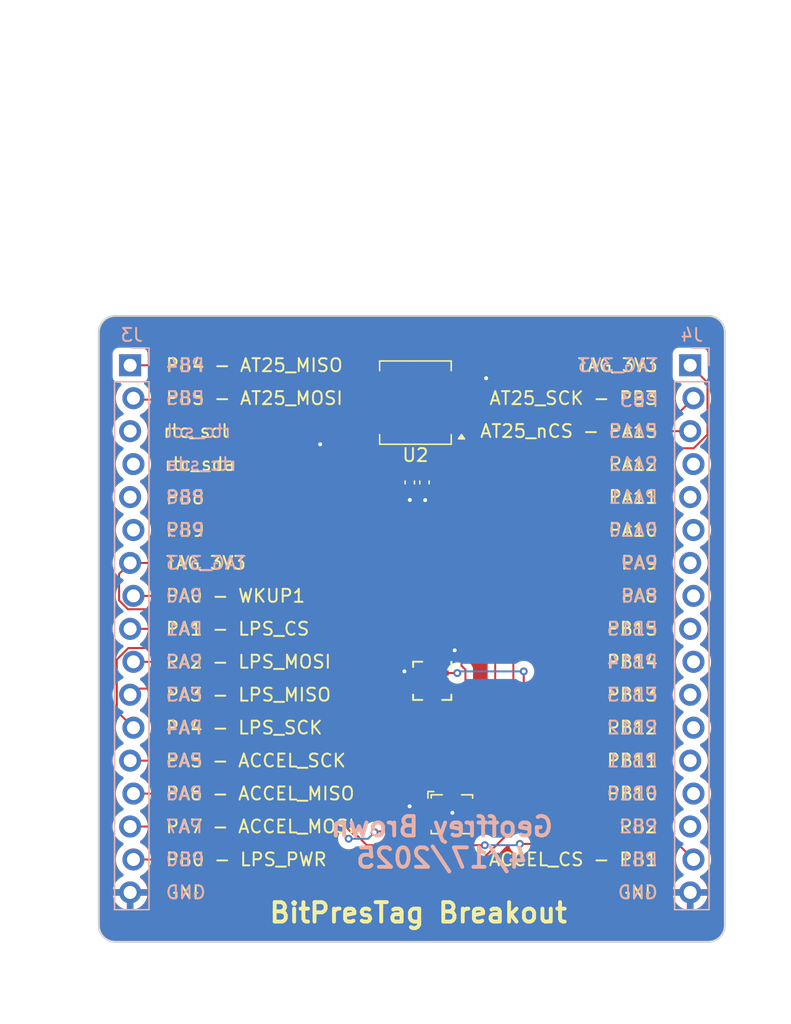
<source format=kicad_pcb>
(kicad_pcb (version 20240108) (generator "pcbnew") (generator_version "8.0")
  (layers (0 "F.Cu" signal) (31 "B.Cu" signal) (34 "B.Paste" user) (35 "F.Paste" user) (36 "B.SilkS" user "B.Silkscreen") (37 "F.SilkS" user "F.Silkscreen") (38 "B.Mask" user) (39 "F.Mask" user) (44 "Edge.Cuts" user))
  (net 0 "")
  (net 1 "GND")
  (net 2 "/TAG_3V3")
  (net 3 "/PB8")
  (net 4 "/PA10")
  (net 5 "/PA11")
  (net 6 "/PB9")
  (net 7 "/PB2")
  (net 8 "/PB10")
  (net 9 "/PB11")
  (net 10 "/PB12")
  (net 11 "/PB13")
  (net 12 "/PB14")
  (net 13 "/PB15")
  (net 14 "/PA8")
  (net 15 "/rtc_sda")
  (net 16 "/rtc_scl")
  (net 17 "/PA12")
  (net 18 "/AT25_MOSI")
  (net 20 "/AT25_SCK")
  (net 22 "/AT25_MISO")
  (net 23 "/AT25_nCS")
  (net 24 "/LPS_PWR")
  (net 25 "/ACCEL_SCK")
  (net 26 "/ACCEL_MOSI")
  (net 27 "/LPS_MISO")
  (net 28 "/WKUP1")
  (net 29 "/LPS_MOSI")
  (net 30 "/LPS_SCK")
  (net 31 "/ACCEL_MISO")
  (net 32 "/LPS_CS")
  (net 33 "/PA9")
  (net 36 "/ACCEL_nCS")
  (footprint "Package_SO:SO-8_5.3x6.2mm_P1.27mm" (layer "F.Cu") (at 128.55 79.08 180)
    (property "Reference" "U2" (at 0 -4.05 0) (layer "F.SilkS"))
    (property "Value" "AT25XE321")
    (fp_line (start 2.76 3.21) (end 2.76 2.465) (stroke (width 0.12)) (layer "F.SilkS"))
    (fp_line (start 2.76 -3.21) (end 2.76 -2.465) (stroke (width 0.12)) (layer "F.SilkS"))
    (fp_line (start 0 3.21) (end 2.76 3.21) (stroke (width 0.12)) (layer "F.SilkS"))
    (fp_line (start 0 3.21) (end -2.76 3.21) (stroke (width 0.12)) (layer "F.SilkS"))
    (fp_line (start 0 -3.21) (end 2.76 -3.21) (stroke (width 0.12)) (layer "F.SilkS"))
    (fp_line (start 0 -3.21) (end -2.76 -3.21) (stroke (width 0.12)) (layer "F.SilkS"))
    (fp_line (start -2.76 3.21) (end -2.76 2.465) (stroke (width 0.12)) (layer "F.SilkS"))
    (fp_line (start -2.76 -3.21) (end -2.76 -2.465) (stroke (width 0.12)) (layer "F.SilkS"))
    (fp_poly (pts (xy -3.55 -2.465) (xy -3.79 -2.795) (xy -3.31 -2.795) (xy -3.55 -2.465)) (stroke (width 0.12)) (fill solid) (layer "F.SilkS"))
    (pad "1" smd roundrect (at -3.5 -1.905 180) (size 1.9 0.6) (layers "F.Cu" "F.Paste" "F.Mask") (net 23 "/AT25_nCS"))
    (pad "2" smd roundrect (at -3.5 -0.635 180) (size 1.9 0.6) (layers "F.Cu" "F.Paste" "F.Mask") (net 22 "/AT25_MISO"))
    (pad "3" smd roundrect (at -3.5 0.635 180) (size 1.9 0.6) (layers "F.Cu" "F.Paste" "F.Mask"))
    (pad "4" smd roundrect (at -3.5 1.905 180) (size 1.9 0.6) (layers "F.Cu" "F.Paste" "F.Mask") (net 1 "GND"))
    (pad "5" smd roundrect (at 3.5 1.905 180) (size 1.9 0.6) (layers "F.Cu" "F.Paste" "F.Mask") (net 18 "/AT25_MOSI"))
    (pad "6" smd roundrect (at 3.5 0.635 180) (size 1.9 0.6) (layers "F.Cu" "F.Paste" "F.Mask") (net 20 "/AT25_SCK"))
    (pad "7" smd roundrect (at 3.5 -0.635 180) (size 1.9 0.6) (layers "F.Cu" "F.Paste" "F.Mask"))
    (pad "8" smd roundrect (at 3.5 -1.905 180) (size 1.9 0.6) (layers "F.Cu" "F.Paste" "F.Mask") (net 2 "/TAG_3V3"))
  )
  (footprint "taglibrary:LPS27HHWTR" (layer "F.Cu") (at 129.8436 100.5264 -90)
    (property "Reference" "U3" (hide yes))
    (property "Value" "LPS27HHWTR" (hide yes))
    (fp_line (start -1.4732 1.4732) (end -1.066686 1.4732) (stroke (width 0.1524)) (layer "F.SilkS"))
    (fp_line (start 1.066686 1.4732) (end 1.4732 1.4732) (stroke (width 0.1524)) (layer "F.SilkS"))
    (fp_line (start 1.4732 1.4732) (end 1.4732 0.770467) (stroke (width 0.1524)) (layer "F.SilkS"))
    (fp_line (start -1.4732 0.770467) (end -1.4732 1.4732) (stroke (width 0.1524)) (layer "F.SilkS"))
    (fp_line (start 1.4732 -0.770467) (end 1.4732 -1.4732) (stroke (width 0.1524)) (layer "F.SilkS"))
    (fp_line (start -1.066686 -1.4732) (end -1.4732 -1.4732) (stroke (width 0.1524)) (layer "F.SilkS"))
    (fp_line (start 1.4732 -1.4732) (end 1.066686 -1.4732) (stroke (width 0.1524)) (layer "F.SilkS"))
    (pad "1" smd rect (at -1.020999 -0.299999) (size 0.4064 0.508) (layers "F.Cu" "F.Paste" "F.Mask") (net 24 "/LPS_PWR"))
    (pad "2" smd rect (at -1.020999 0.299999) (size 0.4064 0.508) (layers "F.Cu" "F.Paste" "F.Mask") (net 30 "/LPS_SCK"))
    (pad "3" smd rect (at -0.599999 1.016 270) (size 0.4064 0.508) (layers "F.Cu" "F.Paste" "F.Mask") (net 1 "GND"))
    (pad "4" smd rect (at 0 1.016 270) (size 0.4064 0.508) (layers "F.Cu" "F.Paste" "F.Mask") (net 29 "/LPS_MOSI"))
    (pad "5" smd rect (at 0.599999 1.016 270) (size 0.4064 0.508) (layers "F.Cu" "F.Paste" "F.Mask") (net 27 "/LPS_MISO"))
    (pad "6" smd rect (at 1.020999 0.299999) (size 0.4064 0.508) (layers "F.Cu" "F.Paste" "F.Mask") (net 32 "/LPS_CS"))
    (pad "7" smd rect (at 1.020999 -0.299999) (size 0.4064 0.508) (layers "F.Cu" "F.Paste" "F.Mask"))
    (pad "8" smd rect (at 0.599999 -1.016 270) (size 0.4064 0.508) (layers "F.Cu" "F.Paste" "F.Mask") (net 1 "GND"))
    (pad "9" smd rect (at 0 -1.016 270) (size 0.4064 0.508) (layers "F.Cu" "F.Paste" "F.Mask") (net 1 "GND"))
    (pad "10" smd rect (at -0.599999 -1.016 270) (size 0.4064 0.508) (layers "F.Cu" "F.Paste" "F.Mask") (net 24 "/LPS_PWR"))
    (pad "11" smd rect (at 0 0 270) (size 0.6604 0.6604) (layers "F.Cu" "F.Paste" "F.Mask") (net 1 "GND"))
  )
  (footprint "Capacitor_SMD:C_0201_0603Metric" (layer "F.Cu") (at 121.205 81.325 -90)
    (property "Reference" "C9" (hide yes))
    (property "Value" "1uf")
    (pad "1" smd roundrect (at -0.32 0 270) (size 0.46 0.4) (layers "F.Cu" "F.Mask") (net 2 "/TAG_3V3"))
    (pad "2" smd roundrect (at 0.32 0 270) (size 0.46 0.4) (layers "F.Cu" "F.Mask") (net 1 "GND"))
  )
  (footprint "Capacitor_SMD:C_0402_1005Metric" (layer "F.Cu") (at 129.245 85.235 -90)
    (property "Reference" "C11" (hide yes))
    (property "Value" "22uf")
    (fp_line (start -0.107836 0.36) (end 0.107836 0.36) (stroke (width 0.12)) (layer "F.SilkS"))
    (fp_line (start -0.107836 -0.36) (end 0.107836 -0.36) (stroke (width 0.12)) (layer "F.SilkS"))
    (pad "1" smd roundrect (at -0.48 0 270) (size 0.56 0.62) (layers "F.Cu" "F.Paste" "F.Mask") (net 2 "/TAG_3V3"))
    (pad "2" smd roundrect (at 0.48 0 270) (size 0.56 0.62) (layers "F.Cu" "F.Paste" "F.Mask") (net 1 "GND"))
  )
  (footprint "Capacitor_SMD:C_0402_1005Metric" (layer "F.Cu") (at 128.115 85.235 -90)
    (property "Reference" "C10" (hide yes))
    (property "Value" "22uf")
    (fp_line (start -0.107836 0.36) (end 0.107836 0.36) (stroke (width 0.12)) (layer "F.SilkS"))
    (fp_line (start -0.107836 -0.36) (end 0.107836 -0.36) (stroke (width 0.12)) (layer "F.SilkS"))
    (pad "1" smd roundrect (at -0.48 0 270) (size 0.56 0.62) (layers "F.Cu" "F.Paste" "F.Mask") (net 2 "/TAG_3V3"))
    (pad "2" smd roundrect (at 0.48 0 270) (size 0.56 0.62) (layers "F.Cu" "F.Paste" "F.Mask") (net 1 "GND"))
  )
  (footprint "Capacitor_SMD:C_0201_0603Metric" (layer "F.Cu") (at 130.625 98.175)
    (property "Reference" "C1" (hide yes))
    (property "Value" "0.1uf")
    (pad "1" smd roundrect (at -0.32 0) (size 0.46 0.4) (layers "F.Cu" "F.Mask") (net 24 "/LPS_PWR"))
    (pad "2" smd roundrect (at 0.32 0) (size 0.46 0.4) (layers "F.Cu" "F.Mask") (net 1 "GND"))
  )
  (footprint "Capacitor_SMD:C_0201_0603Metric" (layer "F.Cu") (at 128.775 109.925 -90)
    (property "Reference" "C2" (hide yes))
    (property "Value" "0.1uf")
    (pad "1" smd roundrect (at -0.32 0 270) (size 0.46 0.4) (layers "F.Cu" "F.Mask") (net 2 "/TAG_3V3"))
    (pad "2" smd roundrect (at 0.32 0 270) (size 0.46 0.4) (layers "F.Cu" "F.Mask") (net 1 "GND"))
  )
  (footprint "taglibrary:ADXL362" (layer "F.Cu") (at 131.36262 110.81102)
    (property "Reference" "U4" (hide yes))
    (property "Value" "adxl362" (hide yes))
    (fp_line (start -1.84912 -1.74752) (end -1.39954 -1.74752) (stroke (width 0.127)) (layer "F.SilkS"))
    (fp_line (start -1.84912 -1.24968) (end -1.84912 -1.74752) (stroke (width 0.127)) (layer "F.SilkS"))
    (fp_line (start -1.59766 -1.4986) (end -1.59766 -1.24968) (stroke (width 0.127)) (layer "F.SilkS"))
    (fp_line (start -1.59766 1.4986) (end -1.59766 1.24968) (stroke (width 0.127)) (layer "F.SilkS"))
    (fp_line (start -0.7493 -1.4986) (end -1.59766 -1.4986) (stroke (width 0.127)) (layer "F.SilkS"))
    (fp_line (start -0.7493 1.4986) (end -1.59766 1.4986) (stroke (width 0.127)) (layer "F.SilkS"))
    (fp_line (start 0.7493 -1.4986) (end 1.59766 -1.4986) (stroke (width 0.127)) (layer "F.SilkS"))
    (fp_line (start 0.7493 1.4986) (end 1.59766 1.4986) (stroke (width 0.127)) (layer "F.SilkS"))
    (fp_line (start 1.59766 -1.4986) (end 1.59766 -1.24968) (stroke (width 0.127)) (layer "F.SilkS"))
    (fp_line (start 1.59766 1.4986) (end 1.59766 1.24968) (stroke (width 0.127)) (layer "F.SilkS"))
    (pad "1" smd rect (at -1.34874 -0.99822) (size 0.79756 0.29972) (layers "F.Cu" "F.Paste" "F.Mask") (net 2 "/TAG_3V3"))
    (pad "2" smd rect (at -1.34874 -0.49784) (size 0.79756 0.29972) (layers "F.Cu" "F.Paste" "F.Mask") (net 1 "GND"))
    (pad "3" smd rect (at -1.34874 0) (size 0.79756 0.29972) (layers "F.Cu" "F.Paste" "F.Mask"))
    (pad "4" smd rect (at -1.34874 0.49784) (size 0.79756 0.29972) (layers "F.Cu" "F.Paste" "F.Mask") (net 25 "/ACCEL_SCK"))
    (pad "5" smd rect (at -1.34874 0.99822) (size 0.79756 0.29972) (layers "F.Cu" "F.Paste" "F.Mask"))
    (pad "6" smd rect (at -0.49784 1.27254 90) (size 0.79756 0.29972) (layers "F.Cu" "F.Paste" "F.Mask") (net 26 "/ACCEL_MOSI"))
    (pad "7" smd rect (at 0 1.27254 90) (size 0.79756 0.29972) (layers "F.Cu" "F.Paste" "F.Mask") (net 31 "/ACCEL_MISO"))
    (pad "8" smd rect (at 0.49784 1.27254 90) (size 0.79756 0.29972) (layers "F.Cu" "F.Paste" "F.Mask") (net 36 "/ACCEL_nCS"))
    (pad "9" smd rect (at 1.34874 0.99822) (size 0.79756 0.29972) (layers "F.Cu" "F.Paste" "F.Mask") (net 28 "/WKUP1"))
    (pad "10" smd rect (at 1.34874 0.49784) (size 0.79756 0.29972) (layers "F.Cu" "F.Paste" "F.Mask"))
    (pad "11" smd rect (at 1.34874 0) (size 0.79756 0.29972) (layers "F.Cu" "F.Paste" "F.Mask"))
    (pad "12" smd rect (at 1.34874 -0.49784) (size 0.79756 0.29972) (layers "F.Cu" "F.Paste" "F.Mask") (net 1 "GND"))
    (pad "13" smd rect (at 1.34874 -0.99822) (size 0.79756 0.29972) (layers "F.Cu" "F.Paste" "F.Mask") (net 1 "GND"))
    (pad "14" smd rect (at 0.49784 -1.27254 90) (size 0.79756 0.29972) (layers "F.Cu" "F.Paste" "F.Mask") (net 2 "/TAG_3V3"))
    (pad "15" smd rect (at 0 -1.27254 90) (size 0.79756 0.29972) (layers "F.Cu" "F.Paste" "F.Mask") (net 1 "GND"))
    (pad "16" smd rect (at -0.49784 -1.27254 90) (size 0.79756 0.29972) (layers "F.Cu" "F.Paste" "F.Mask") (net 1 "GND"))
  )
  (footprint "taglibrary:PinHeader_1x17_P2.54mm_Vertical_Staggered" (layer "B.Cu") (at 106.68 76.2 180)
    (property "Reference" "J3" (at 0 2.33 0) (layer "B.SilkS") (effects (justify mirror)))
    (property "Value" "Conn_01x17")
    (fp_line (start 1.33 -1.27) (end -1.33 -1.27) (stroke (width 0.12)) (layer "B.SilkS"))
    (fp_line (start 1.33 -41.97) (end 1.33 -1.27) (stroke (width 0.12)) (layer "B.SilkS"))
    (fp_line (start 1.33 -41.97) (end -1.33 -41.97) (stroke (width 0.12)) (layer "B.SilkS"))
    (fp_line (start 0 1.33) (end -1.33 1.33) (stroke (width 0.12)) (layer "B.SilkS"))
    (fp_line (start -1.33 1.33) (end -1.33 0) (stroke (width 0.12)) (layer "B.SilkS"))
    (fp_line (start -1.33 -41.97) (end -1.33 -1.27) (stroke (width 0.12)) (layer "B.SilkS"))
    (pad "1" thru_hole rect (at 0.127 0 180) (size 1.7 1.7) (drill 1) (layers "*.Cu" "*.Mask" "In1.Cu" "In2.Cu" "In3.Cu" "In4.Cu" "In5.Cu" "In6.Cu" "In7.Cu" "In8.Cu" "In9.Cu" "In10.Cu" "In11.Cu" "In12.Cu" "In13.Cu" "In14.Cu" "In15.Cu" "In16.Cu" "In17.Cu" "In18.Cu" "In19.Cu" "In20.Cu" "In21.Cu" "In22.Cu" "In23.Cu" "In24.Cu" "In25.Cu" "In26.Cu" "In27.Cu" "In28.Cu" "In29.Cu" "In30.Cu") (net 22 "/AT25_MISO"))
    (pad "2" thru_hole oval (at -0.127 -2.54 180) (size 1.7 1.7) (drill 1) (layers "*.Cu" "*.Mask" "In1.Cu" "In2.Cu" "In3.Cu" "In4.Cu" "In5.Cu" "In6.Cu" "In7.Cu" "In8.Cu" "In9.Cu" "In10.Cu" "In11.Cu" "In12.Cu" "In13.Cu" "In14.Cu" "In15.Cu" "In16.Cu" "In17.Cu" "In18.Cu" "In19.Cu" "In20.Cu" "In21.Cu" "In22.Cu" "In23.Cu" "In24.Cu" "In25.Cu" "In26.Cu" "In27.Cu" "In28.Cu" "In29.Cu" "In30.Cu") (net 18 "/AT25_MOSI"))
    (pad "3" thru_hole oval (at 0.127 -5.08 180) (size 1.7 1.7) (drill 1) (layers "*.Cu" "*.Mask" "In1.Cu" "In2.Cu" "In3.Cu" "In4.Cu" "In5.Cu" "In6.Cu" "In7.Cu" "In8.Cu" "In9.Cu" "In10.Cu" "In11.Cu" "In12.Cu" "In13.Cu" "In14.Cu" "In15.Cu" "In16.Cu" "In17.Cu" "In18.Cu" "In19.Cu" "In20.Cu" "In21.Cu" "In22.Cu" "In23.Cu" "In24.Cu" "In25.Cu" "In26.Cu" "In27.Cu" "In28.Cu" "In29.Cu" "In30.Cu") (net 16 "/rtc_scl"))
    (pad "4" thru_hole oval (at -0.127 -7.62 180) (size 1.7 1.7) (drill 1) (layers "*.Cu" "*.Mask" "In1.Cu" "In2.Cu" "In3.Cu" "In4.Cu" "In5.Cu" "In6.Cu" "In7.Cu" "In8.Cu" "In9.Cu" "In10.Cu" "In11.Cu" "In12.Cu" "In13.Cu" "In14.Cu" "In15.Cu" "In16.Cu" "In17.Cu" "In18.Cu" "In19.Cu" "In20.Cu" "In21.Cu" "In22.Cu" "In23.Cu" "In24.Cu" "In25.Cu" "In26.Cu" "In27.Cu" "In28.Cu" "In29.Cu" "In30.Cu") (net 15 "/rtc_sda"))
    (pad "5" thru_hole oval (at 0.127 -10.16 180) (size 1.7 1.7) (drill 1) (layers "*.Cu" "*.Mask" "In1.Cu" "In2.Cu" "In3.Cu" "In4.Cu" "In5.Cu" "In6.Cu" "In7.Cu" "In8.Cu" "In9.Cu" "In10.Cu" "In11.Cu" "In12.Cu" "In13.Cu" "In14.Cu" "In15.Cu" "In16.Cu" "In17.Cu" "In18.Cu" "In19.Cu" "In20.Cu" "In21.Cu" "In22.Cu" "In23.Cu" "In24.Cu" "In25.Cu" "In26.Cu" "In27.Cu" "In28.Cu" "In29.Cu" "In30.Cu") (net 3 "/PB8"))
    (pad "6" thru_hole oval (at -0.127 -12.7 180) (size 1.7 1.7) (drill 1) (layers "*.Cu" "*.Mask" "In1.Cu" "In2.Cu" "In3.Cu" "In4.Cu" "In5.Cu" "In6.Cu" "In7.Cu" "In8.Cu" "In9.Cu" "In10.Cu" "In11.Cu" "In12.Cu" "In13.Cu" "In14.Cu" "In15.Cu" "In16.Cu" "In17.Cu" "In18.Cu" "In19.Cu" "In20.Cu" "In21.Cu" "In22.Cu" "In23.Cu" "In24.Cu" "In25.Cu" "In26.Cu" "In27.Cu" "In28.Cu" "In29.Cu" "In30.Cu") (net 6 "/PB9"))
    (pad "7" thru_hole oval (at 0.127 -15.24 180) (size 1.7 1.7) (drill 1) (layers "*.Cu" "*.Mask" "In1.Cu" "In2.Cu" "In3.Cu" "In4.Cu" "In5.Cu" "In6.Cu" "In7.Cu" "In8.Cu" "In9.Cu" "In10.Cu" "In11.Cu" "In12.Cu" "In13.Cu" "In14.Cu" "In15.Cu" "In16.Cu" "In17.Cu" "In18.Cu" "In19.Cu" "In20.Cu" "In21.Cu" "In22.Cu" "In23.Cu" "In24.Cu" "In25.Cu" "In26.Cu" "In27.Cu" "In28.Cu" "In29.Cu" "In30.Cu") (net 2 "/TAG_3V3"))
    (pad "8" thru_hole oval (at -0.127 -17.78 180) (size 1.7 1.7) (drill 1) (layers "*.Cu" "*.Mask" "In1.Cu" "In2.Cu" "In3.Cu" "In4.Cu" "In5.Cu" "In6.Cu" "In7.Cu" "In8.Cu" "In9.Cu" "In10.Cu" "In11.Cu" "In12.Cu" "In13.Cu" "In14.Cu" "In15.Cu" "In16.Cu" "In17.Cu" "In18.Cu" "In19.Cu" "In20.Cu" "In21.Cu" "In22.Cu" "In23.Cu" "In24.Cu" "In25.Cu" "In26.Cu" "In27.Cu" "In28.Cu" "In29.Cu" "In30.Cu") (net 28 "/WKUP1"))
    (pad "9" thru_hole oval (at 0.127 -20.32 180) (size 1.7 1.7) (drill 1) (layers "*.Cu" "*.Mask" "In1.Cu" "In2.Cu" "In3.Cu" "In4.Cu" "In5.Cu" "In6.Cu" "In7.Cu" "In8.Cu" "In9.Cu" "In10.Cu" "In11.Cu" "In12.Cu" "In13.Cu" "In14.Cu" "In15.Cu" "In16.Cu" "In17.Cu" "In18.Cu" "In19.Cu" "In20.Cu" "In21.Cu" "In22.Cu" "In23.Cu" "In24.Cu" "In25.Cu" "In26.Cu" "In27.Cu" "In28.Cu" "In29.Cu" "In30.Cu") (net 32 "/LPS_CS"))
    (pad "10" thru_hole oval (at -0.127 -22.86 180) (size 1.7 1.7) (drill 1) (layers "*.Cu" "*.Mask" "In1.Cu" "In2.Cu" "In3.Cu" "In4.Cu" "In5.Cu" "In6.Cu" "In7.Cu" "In8.Cu" "In9.Cu" "In10.Cu" "In11.Cu" "In12.Cu" "In13.Cu" "In14.Cu" "In15.Cu" "In16.Cu" "In17.Cu" "In18.Cu" "In19.Cu" "In20.Cu" "In21.Cu" "In22.Cu" "In23.Cu" "In24.Cu" "In25.Cu" "In26.Cu" "In27.Cu" "In28.Cu" "In29.Cu" "In30.Cu") (net 29 "/LPS_MOSI"))
    (pad "11" thru_hole oval (at 0.127 -25.4 180) (size 1.7 1.7) (drill 1) (layers "*.Cu" "*.Mask" "In1.Cu" "In2.Cu" "In3.Cu" "In4.Cu" "In5.Cu" "In6.Cu" "In7.Cu" "In8.Cu" "In9.Cu" "In10.Cu" "In11.Cu" "In12.Cu" "In13.Cu" "In14.Cu" "In15.Cu" "In16.Cu" "In17.Cu" "In18.Cu" "In19.Cu" "In20.Cu" "In21.Cu" "In22.Cu" "In23.Cu" "In24.Cu" "In25.Cu" "In26.Cu" "In27.Cu" "In28.Cu" "In29.Cu" "In30.Cu") (net 27 "/LPS_MISO"))
    (pad "12" thru_hole oval (at -0.127 -27.94 180) (size 1.7 1.7) (drill 1) (layers "*.Cu" "*.Mask" "In1.Cu" "In2.Cu" "In3.Cu" "In4.Cu" "In5.Cu" "In6.Cu" "In7.Cu" "In8.Cu" "In9.Cu" "In10.Cu" "In11.Cu" "In12.Cu" "In13.Cu" "In14.Cu" "In15.Cu" "In16.Cu" "In17.Cu" "In18.Cu" "In19.Cu" "In20.Cu" "In21.Cu" "In22.Cu" "In23.Cu" "In24.Cu" "In25.Cu" "In26.Cu" "In27.Cu" "In28.Cu" "In29.Cu" "In30.Cu") (net 30 "/LPS_SCK"))
    (pad "13" thru_hole oval (at 0.127 -30.48 180) (size 1.7 1.7) (drill 1) (layers "*.Cu" "*.Mask" "In1.Cu" "In2.Cu" "In3.Cu" "In4.Cu" "In5.Cu" "In6.Cu" "In7.Cu" "In8.Cu" "In9.Cu" "In10.Cu" "In11.Cu" "In12.Cu" "In13.Cu" "In14.Cu" "In15.Cu" "In16.Cu" "In17.Cu" "In18.Cu" "In19.Cu" "In20.Cu" "In21.Cu" "In22.Cu" "In23.Cu" "In24.Cu" "In25.Cu" "In26.Cu" "In27.Cu" "In28.Cu" "In29.Cu" "In30.Cu") (net 25 "/ACCEL_SCK"))
    (pad "14" thru_hole oval (at -0.127 -33.02 180) (size 1.7 1.7) (drill 1) (layers "*.Cu" "*.Mask" "In1.Cu" "In2.Cu" "In3.Cu" "In4.Cu" "In5.Cu" "In6.Cu" "In7.Cu" "In8.Cu" "In9.Cu" "In10.Cu" "In11.Cu" "In12.Cu" "In13.Cu" "In14.Cu" "In15.Cu" "In16.Cu" "In17.Cu" "In18.Cu" "In19.Cu" "In20.Cu" "In21.Cu" "In22.Cu" "In23.Cu" "In24.Cu" "In25.Cu" "In26.Cu" "In27.Cu" "In28.Cu" "In29.Cu" "In30.Cu") (net 31 "/ACCEL_MISO"))
    (pad "15" thru_hole oval (at 0.127 -35.56 180) (size 1.7 1.7) (drill 1) (layers "*.Cu" "*.Mask" "In1.Cu" "In2.Cu" "In3.Cu" "In4.Cu" "In5.Cu" "In6.Cu" "In7.Cu" "In8.Cu" "In9.Cu" "In10.Cu" "In11.Cu" "In12.Cu" "In13.Cu" "In14.Cu" "In15.Cu" "In16.Cu" "In17.Cu" "In18.Cu" "In19.Cu" "In20.Cu" "In21.Cu" "In22.Cu" "In23.Cu" "In24.Cu" "In25.Cu" "In26.Cu" "In27.Cu" "In28.Cu" "In29.Cu" "In30.Cu") (net 26 "/ACCEL_MOSI"))
    (pad "16" thru_hole oval (at -0.127 -38.1 180) (size 1.7 1.7) (drill 1) (layers "*.Cu" "*.Mask" "In1.Cu" "In2.Cu" "In3.Cu" "In4.Cu" "In5.Cu" "In6.Cu" "In7.Cu" "In8.Cu" "In9.Cu" "In10.Cu" "In11.Cu" "In12.Cu" "In13.Cu" "In14.Cu" "In15.Cu" "In16.Cu" "In17.Cu" "In18.Cu" "In19.Cu" "In20.Cu" "In21.Cu" "In22.Cu" "In23.Cu" "In24.Cu" "In25.Cu" "In26.Cu" "In27.Cu" "In28.Cu" "In29.Cu" "In30.Cu") (net 24 "/LPS_PWR"))
    (pad "17" thru_hole oval (at 0.127 -40.64 180) (size 1.7 1.7) (drill 1) (layers "*.Cu" "*.Mask" "In1.Cu" "In2.Cu" "In3.Cu" "In4.Cu" "In5.Cu" "In6.Cu" "In7.Cu" "In8.Cu" "In9.Cu" "In10.Cu" "In11.Cu" "In12.Cu" "In13.Cu" "In14.Cu" "In15.Cu" "In16.Cu" "In17.Cu" "In18.Cu" "In19.Cu" "In20.Cu" "In21.Cu" "In22.Cu" "In23.Cu" "In24.Cu" "In25.Cu" "In26.Cu" "In27.Cu" "In28.Cu" "In29.Cu" "In30.Cu") (net 1 "GND"))
  )
  (footprint "taglibrary:PinHeader_1x17_P2.54mm_Vertical_Staggered" (layer "B.Cu") (at 149.86 76.2 180)
    (property "Reference" "J4" (at 0 2.33 0) (layer "B.SilkS") (effects (justify mirror)))
    (property "Value" "Conn_01x17")
    (fp_line (start 1.33 -1.27) (end -1.33 -1.27) (stroke (width 0.12)) (layer "B.SilkS"))
    (fp_line (start 1.33 -41.97) (end 1.33 -1.27) (stroke (width 0.12)) (layer "B.SilkS"))
    (fp_line (start 1.33 -41.97) (end -1.33 -41.97) (stroke (width 0.12)) (layer "B.SilkS"))
    (fp_line (start 0 1.33) (end -1.33 1.33) (stroke (width 0.12)) (layer "B.SilkS"))
    (fp_line (start -1.33 1.33) (end -1.33 0) (stroke (width 0.12)) (layer "B.SilkS"))
    (fp_line (start -1.33 -41.97) (end -1.33 -1.27) (stroke (width 0.12)) (layer "B.SilkS"))
    (pad "1" thru_hole rect (at 0.127 0 180) (size 1.7 1.7) (drill 1) (layers "*.Cu" "*.Mask" "In1.Cu" "In2.Cu" "In3.Cu" "In4.Cu" "In5.Cu" "In6.Cu" "In7.Cu" "In8.Cu" "In9.Cu" "In10.Cu" "In11.Cu" "In12.Cu" "In13.Cu" "In14.Cu" "In15.Cu" "In16.Cu" "In17.Cu" "In18.Cu" "In19.Cu" "In20.Cu" "In21.Cu" "In22.Cu" "In23.Cu" "In24.Cu" "In25.Cu" "In26.Cu" "In27.Cu" "In28.Cu" "In29.Cu" "In30.Cu") (net 2 "/TAG_3V3"))
    (pad "2" thru_hole oval (at -0.127 -2.54 180) (size 1.7 1.7) (drill 1) (layers "*.Cu" "*.Mask" "In1.Cu" "In2.Cu" "In3.Cu" "In4.Cu" "In5.Cu" "In6.Cu" "In7.Cu" "In8.Cu" "In9.Cu" "In10.Cu" "In11.Cu" "In12.Cu" "In13.Cu" "In14.Cu" "In15.Cu" "In16.Cu" "In17.Cu" "In18.Cu" "In19.Cu" "In20.Cu" "In21.Cu" "In22.Cu" "In23.Cu" "In24.Cu" "In25.Cu" "In26.Cu" "In27.Cu" "In28.Cu" "In29.Cu" "In30.Cu") (net 20 "/AT25_SCK"))
    (pad "3" thru_hole oval (at 0.127 -5.08 180) (size 1.7 1.7) (drill 1) (layers "*.Cu" "*.Mask" "In1.Cu" "In2.Cu" "In3.Cu" "In4.Cu" "In5.Cu" "In6.Cu" "In7.Cu" "In8.Cu" "In9.Cu" "In10.Cu" "In11.Cu" "In12.Cu" "In13.Cu" "In14.Cu" "In15.Cu" "In16.Cu" "In17.Cu" "In18.Cu" "In19.Cu" "In20.Cu" "In21.Cu" "In22.Cu" "In23.Cu" "In24.Cu" "In25.Cu" "In26.Cu" "In27.Cu" "In28.Cu" "In29.Cu" "In30.Cu") (net 23 "/AT25_nCS"))
    (pad "4" thru_hole oval (at -0.127 -7.62 180) (size 1.7 1.7) (drill 1) (layers "*.Cu" "*.Mask" "In1.Cu" "In2.Cu" "In3.Cu" "In4.Cu" "In5.Cu" "In6.Cu" "In7.Cu" "In8.Cu" "In9.Cu" "In10.Cu" "In11.Cu" "In12.Cu" "In13.Cu" "In14.Cu" "In15.Cu" "In16.Cu" "In17.Cu" "In18.Cu" "In19.Cu" "In20.Cu" "In21.Cu" "In22.Cu" "In23.Cu" "In24.Cu" "In25.Cu" "In26.Cu" "In27.Cu" "In28.Cu" "In29.Cu" "In30.Cu") (net 17 "/PA12"))
    (pad "5" thru_hole oval (at 0.127 -10.16 180) (size 1.7 1.7) (drill 1) (layers "*.Cu" "*.Mask" "In1.Cu" "In2.Cu" "In3.Cu" "In4.Cu" "In5.Cu" "In6.Cu" "In7.Cu" "In8.Cu" "In9.Cu" "In10.Cu" "In11.Cu" "In12.Cu" "In13.Cu" "In14.Cu" "In15.Cu" "In16.Cu" "In17.Cu" "In18.Cu" "In19.Cu" "In20.Cu" "In21.Cu" "In22.Cu" "In23.Cu" "In24.Cu" "In25.Cu" "In26.Cu" "In27.Cu" "In28.Cu" "In29.Cu" "In30.Cu") (net 5 "/PA11"))
    (pad "6" thru_hole oval (at -0.127 -12.7 180) (size 1.7 1.7) (drill 1) (layers "*.Cu" "*.Mask" "In1.Cu" "In2.Cu" "In3.Cu" "In4.Cu" "In5.Cu" "In6.Cu" "In7.Cu" "In8.Cu" "In9.Cu" "In10.Cu" "In11.Cu" "In12.Cu" "In13.Cu" "In14.Cu" "In15.Cu" "In16.Cu" "In17.Cu" "In18.Cu" "In19.Cu" "In20.Cu" "In21.Cu" "In22.Cu" "In23.Cu" "In24.Cu" "In25.Cu" "In26.Cu" "In27.Cu" "In28.Cu" "In29.Cu" "In30.Cu") (net 4 "/PA10"))
    (pad "7" thru_hole oval (at 0.127 -15.24 180) (size 1.7 1.7) (drill 1) (layers "*.Cu" "*.Mask" "In1.Cu" "In2.Cu" "In3.Cu" "In4.Cu" "In5.Cu" "In6.Cu" "In7.Cu" "In8.Cu" "In9.Cu" "In10.Cu" "In11.Cu" "In12.Cu" "In13.Cu" "In14.Cu" "In15.Cu" "In16.Cu" "In17.Cu" "In18.Cu" "In19.Cu" "In20.Cu" "In21.Cu" "In22.Cu" "In23.Cu" "In24.Cu" "In25.Cu" "In26.Cu" "In27.Cu" "In28.Cu" "In29.Cu" "In30.Cu") (net 33 "/PA9"))
    (pad "8" thru_hole oval (at -0.127 -17.78 180) (size 1.7 1.7) (drill 1) (layers "*.Cu" "*.Mask" "In1.Cu" "In2.Cu" "In3.Cu" "In4.Cu" "In5.Cu" "In6.Cu" "In7.Cu" "In8.Cu" "In9.Cu" "In10.Cu" "In11.Cu" "In12.Cu" "In13.Cu" "In14.Cu" "In15.Cu" "In16.Cu" "In17.Cu" "In18.Cu" "In19.Cu" "In20.Cu" "In21.Cu" "In22.Cu" "In23.Cu" "In24.Cu" "In25.Cu" "In26.Cu" "In27.Cu" "In28.Cu" "In29.Cu" "In30.Cu") (net 14 "/PA8"))
    (pad "9" thru_hole oval (at 0.127 -20.32 180) (size 1.7 1.7) (drill 1) (layers "*.Cu" "*.Mask" "In1.Cu" "In2.Cu" "In3.Cu" "In4.Cu" "In5.Cu" "In6.Cu" "In7.Cu" "In8.Cu" "In9.Cu" "In10.Cu" "In11.Cu" "In12.Cu" "In13.Cu" "In14.Cu" "In15.Cu" "In16.Cu" "In17.Cu" "In18.Cu" "In19.Cu" "In20.Cu" "In21.Cu" "In22.Cu" "In23.Cu" "In24.Cu" "In25.Cu" "In26.Cu" "In27.Cu" "In28.Cu" "In29.Cu" "In30.Cu") (net 13 "/PB15"))
    (pad "10" thru_hole oval (at -0.127 -22.86 180) (size 1.7 1.7) (drill 1) (layers "*.Cu" "*.Mask" "In1.Cu" "In2.Cu" "In3.Cu" "In4.Cu" "In5.Cu" "In6.Cu" "In7.Cu" "In8.Cu" "In9.Cu" "In10.Cu" "In11.Cu" "In12.Cu" "In13.Cu" "In14.Cu" "In15.Cu" "In16.Cu" "In17.Cu" "In18.Cu" "In19.Cu" "In20.Cu" "In21.Cu" "In22.Cu" "In23.Cu" "In24.Cu" "In25.Cu" "In26.Cu" "In27.Cu" "In28.Cu" "In29.Cu" "In30.Cu") (net 12 "/PB14"))
    (pad "11" thru_hole oval (at 0.127 -25.4 180) (size 1.7 1.7) (drill 1) (layers "*.Cu" "*.Mask" "In1.Cu" "In2.Cu" "In3.Cu" "In4.Cu" "In5.Cu" "In6.Cu" "In7.Cu" "In8.Cu" "In9.Cu" "In10.Cu" "In11.Cu" "In12.Cu" "In13.Cu" "In14.Cu" "In15.Cu" "In16.Cu" "In17.Cu" "In18.Cu" "In19.Cu" "In20.Cu" "In21.Cu" "In22.Cu" "In23.Cu" "In24.Cu" "In25.Cu" "In26.Cu" "In27.Cu" "In28.Cu" "In29.Cu" "In30.Cu") (net 11 "/PB13"))
    (pad "12" thru_hole oval (at -0.127 -27.94 180) (size 1.7 1.7) (drill 1) (layers "*.Cu" "*.Mask" "In1.Cu" "In2.Cu" "In3.Cu" "In4.Cu" "In5.Cu" "In6.Cu" "In7.Cu" "In8.Cu" "In9.Cu" "In10.Cu" "In11.Cu" "In12.Cu" "In13.Cu" "In14.Cu" "In15.Cu" "In16.Cu" "In17.Cu" "In18.Cu" "In19.Cu" "In20.Cu" "In21.Cu" "In22.Cu" "In23.Cu" "In24.Cu" "In25.Cu" "In26.Cu" "In27.Cu" "In28.Cu" "In29.Cu" "In30.Cu") (net 10 "/PB12"))
    (pad "13" thru_hole oval (at 0.127 -30.48 180) (size 1.7 1.7) (drill 1) (layers "*.Cu" "*.Mask" "In1.Cu" "In2.Cu" "In3.Cu" "In4.Cu" "In5.Cu" "In6.Cu" "In7.Cu" "In8.Cu" "In9.Cu" "In10.Cu" "In11.Cu" "In12.Cu" "In13.Cu" "In14.Cu" "In15.Cu" "In16.Cu" "In17.Cu" "In18.Cu" "In19.Cu" "In20.Cu" "In21.Cu" "In22.Cu" "In23.Cu" "In24.Cu" "In25.Cu" "In26.Cu" "In27.Cu" "In28.Cu" "In29.Cu" "In30.Cu") (net 9 "/PB11"))
    (pad "14" thru_hole oval (at -0.127 -33.02 180) (size 1.7 1.7) (drill 1) (layers "*.Cu" "*.Mask" "In1.Cu" "In2.Cu" "In3.Cu" "In4.Cu" "In5.Cu" "In6.Cu" "In7.Cu" "In8.Cu" "In9.Cu" "In10.Cu" "In11.Cu" "In12.Cu" "In13.Cu" "In14.Cu" "In15.Cu" "In16.Cu" "In17.Cu" "In18.Cu" "In19.Cu" "In20.Cu" "In21.Cu" "In22.Cu" "In23.Cu" "In24.Cu" "In25.Cu" "In26.Cu" "In27.Cu" "In28.Cu" "In29.Cu" "In30.Cu") (net 8 "/PB10"))
    (pad "15" thru_hole oval (at 0.127 -35.56 180) (size 1.7 1.7) (drill 1) (layers "*.Cu" "*.Mask" "In1.Cu" "In2.Cu" "In3.Cu" "In4.Cu" "In5.Cu" "In6.Cu" "In7.Cu" "In8.Cu" "In9.Cu" "In10.Cu" "In11.Cu" "In12.Cu" "In13.Cu" "In14.Cu" "In15.Cu" "In16.Cu" "In17.Cu" "In18.Cu" "In19.Cu" "In20.Cu" "In21.Cu" "In22.Cu" "In23.Cu" "In24.Cu" "In25.Cu" "In26.Cu" "In27.Cu" "In28.Cu" "In29.Cu" "In30.Cu") (net 7 "/PB2"))
    (pad "16" thru_hole oval (at -0.127 -38.1 180) (size 1.7 1.7) (drill 1) (layers "*.Cu" "*.Mask" "In1.Cu" "In2.Cu" "In3.Cu" "In4.Cu" "In5.Cu" "In6.Cu" "In7.Cu" "In8.Cu" "In9.Cu" "In10.Cu" "In11.Cu" "In12.Cu" "In13.Cu" "In14.Cu" "In15.Cu" "In16.Cu" "In17.Cu" "In18.Cu" "In19.Cu" "In20.Cu" "In21.Cu" "In22.Cu" "In23.Cu" "In24.Cu" "In25.Cu" "In26.Cu" "In27.Cu" "In28.Cu" "In29.Cu" "In30.Cu") (net 36 "/ACCEL_nCS"))
    (pad "17" thru_hole oval (at 0.127 -40.64 180) (size 1.7 1.7) (drill 1) (layers "*.Cu" "*.Mask" "In1.Cu" "In2.Cu" "In3.Cu" "In4.Cu" "In5.Cu" "In6.Cu" "In7.Cu" "In8.Cu" "In9.Cu" "In10.Cu" "In11.Cu" "In12.Cu" "In13.Cu" "In14.Cu" "In15.Cu" "In16.Cu" "In17.Cu" "In18.Cu" "In19.Cu" "In20.Cu" "In21.Cu" "In22.Cu" "In23.Cu" "In24.Cu" "In25.Cu" "In26.Cu" "In27.Cu" "In28.Cu" "In29.Cu" "In30.Cu") (net 1 "GND"))
  )
  (gr_arc (start 152.4 119.38) (mid 152.028026 120.278026) (end 151.13 120.65) (stroke (width 0.15)) (layer "Edge.Cuts"))
  (gr_line (start 152.4 73.66) (end 152.4 119.38) (stroke (width 0.15)) (layer "Edge.Cuts"))
  (gr_arc (start 105.41 120.65) (mid 104.511974 120.278026) (end 104.14 119.38) (stroke (width 0.15)) (layer "Edge.Cuts"))
  (gr_arc (start 104.14 73.66) (mid 104.511974 72.761974) (end 105.41 72.39) (stroke (width 0.15)) (layer "Edge.Cuts"))
  (gr_line (start 151.13 72.39) (end 105.41 72.39) (stroke (width 0.15)) (layer "Edge.Cuts"))
  (gr_line (start 104.14 73.66) (end 104.14 119.38) (stroke (width 0.15)) (layer "Edge.Cuts"))
  (gr_arc (start 151.13 72.39) (mid 152.028026 72.761974) (end 152.4 73.66) (stroke (width 0.15)) (layer "Edge.Cuts"))
  (gr_line (start 151.13 120.65) (end 105.41 120.65) (stroke (width 0.15)) (layer "Edge.Cuts"))
  (gr_text "Geoffrey Brown\n4/17/2025" (at 130.59 112.98 0) (layer "B.SilkS") (effects (font (size 1.5 1.5) (thickness 0.3)) (justify mirror)))
  (gr_text "PA7" (at 109.22 111.76 0) (layer "B.SilkS") (effects (font (size 1 1)) (justify right mirror)))
  (gr_text "PA0" (at 109.22 93.98 0) (layer "B.SilkS") (effects (font (size 1 1)) (justify right mirror)))
  (gr_text "PB8" (at 109.22 86.36 0) (layer "B.SilkS") (effects (font (size 1 1)) (justify right mirror)))
  (gr_text "PA1" (at 109.22 96.52 0) (layer "B.SilkS") (effects (font (size 1 1)) (justify right mirror)))
  (gr_text "PA4" (at 109.22 104.14 0) (layer "B.SilkS") (effects (font (size 1 1)) (justify right mirror)))
  (gr_text "PA3" (at 109.22 101.6 0) (layer "B.SilkS") (effects (font (size 1 1)) (justify right mirror)))
  (gr_text "PB9" (at 109.22 88.9 0) (layer "B.SilkS") (effects (font (size 1 1)) (justify right mirror)))
  (gr_text "PB5" (at 109.22 78.74 0) (layer "B.SilkS") (effects (font (size 1 1)) (justify right mirror)))
  (gr_text "PB4" (at 109.22 76.2 0) (layer "B.SilkS") (effects (font (size 1 1)) (justify right mirror)))
  (gr_text "PB3" (at 144.23644 78.89748 0) (layer "B.SilkS") (effects (font (size 1 1)) (justify right mirror)))
  (gr_text "PB0" (at 109.22 114.3 0) (layer "B.SilkS") (effects (font (size 1 1)) (justify right mirror)))
  (gr_text "PA2" (at 109.22 99.06 0) (layer "B.SilkS") (effects (font (size 1 1)) (justify right mirror)))
  (gr_text "PA5" (at 109.22 106.68 0) (layer "B.SilkS") (effects (font (size 1 1)) (justify right mirror)))
  (gr_text "PB1" (at 147.32 114.3 0) (layer "B.SilkS") (effects (font (size 1 1)) (justify left mirror)))
  (gr_text "GND" (at 109.22 116.84 0) (layer "B.SilkS") (effects (font (size 1 1)) (justify right mirror)))
  (gr_text "PA6" (at 109.22 109.22 0) (layer "B.SilkS") (effects (font (size 1 1)) (justify right mirror)))
  (gr_text "PB15" (at 147.32 96.52 0) (layer "B.SilkS") (effects (font (size 1 1)) (justify left mirror)))
  (gr_text "PA8" (at 147.32 93.98 0) (layer "B.SilkS") (effects (font (size 1 1)) (justify left mirror)))
  (gr_text "PA9" (at 147.32 91.44 0) (layer "B.SilkS") (effects (font (size 1 1)) (justify left mirror)))
  (gr_text "PA11" (at 147.32 86.36 0) (layer "B.SilkS") (effects (font (size 1 1)) (justify left mirror)))
  (gr_text "PA10" (at 147.32 88.9 0) (layer "B.SilkS") (effects (font (size 1 1)) (justify left mirror)))
  (gr_text "PA15" (at 147.32 81.28 0) (layer "B.SilkS") (effects (font (size 1 1)) (justify left mirror)))
  (gr_text "PB11" (at 147.32 106.68 0) (layer "B.SilkS") (effects (font (size 1 1)) (justify left mirror)))
  (gr_text "GND" (at 147.32 116.84 0) (layer "B.SilkS") (effects (font (size 1 1)) (justify left mirror)))
  (gr_text "TAG_3V3" (at 115.57 91.44 0) (layer "B.SilkS") (effects (font (size 1 1)) (justify left mirror)))
  (gr_text "PB12" (at 147.32 104.14 0) (layer "B.SilkS") (effects (font (size 1 1)) (justify left mirror)))
  (gr_text "TAG_3V3" (at 147.32 76.2 0) (layer "B.SilkS") (effects (font (size 1 1)) (justify left mirror)))
  (gr_text "PB10" (at 147.32 109.22 0) (layer "B.SilkS") (effects (font (size 1 1)) (justify left mirror)))
  (gr_text "PB2" (at 147.32 111.76 0) (layer "B.SilkS") (effects (font (size 1 1)) (justify left mirror)))
  (gr_text "PB13" (at 147.32 101.6 0) (layer "B.SilkS") (effects (font (size 1 1)) (justify left mirror)))
  (gr_text "PB14" (at 147.32 99.06 0) (layer "B.SilkS") (effects (font (size 1 1)) (justify left mirror)))
  (gr_text "PA12" (at 147.32 83.82 0) (layer "B.SilkS") (effects (font (size 1 1)) (justify left mirror)))
  (gr_text "rtc_scl" (at 109.22 81.28 0) (layer "B.SilkS") (effects (font (size 1 1)) (justify right mirror)))
  (gr_text "rtc_sda" (at 109.22 83.82 0) (layer "B.SilkS") (effects (font (size 1 1)) (justify right mirror)))
  (gr_text "ACCEL_CS - PB1" (at 147.32 114.3 0) (layer "F.SilkS") (effects (font (size 1 1)) (justify right)))
  (gr_text "TAG_3V3" (at 115.57 91.44 0) (layer "F.SilkS") (effects (font (size 1 1)) (justify right)))
  (gr_text "GND" (at 147.32 116.84 0) (layer "F.SilkS") (effects (font (size 1 1)) (justify right)))
  (gr_text "GND" (at 109.22 116.84 0) (layer "F.SilkS") (effects (font (size 1 1)) (justify left)))
  (gr_text "rtc_scl" (at 109.02 81.28 0) (layer "F.SilkS") (effects (font (size 1 1)) (justify left)))
  (gr_text "PA9" (at 147.32 91.44 0) (layer "F.SilkS") (effects (font (size 1 1)) (justify right)))
  (gr_text "rtc_sda" (at 109.12 83.82 0) (layer "F.SilkS") (effects (font (size 1 1)) (justify left)))
  (gr_text "PB12" (at 147.32 104.14 0) (layer "F.SilkS") (effects (font (size 1 1)) (justify right)))
  (gr_text "BitPresTag Breakout" (at 128.77 118.41 0) (layer "F.SilkS") (effects (font (size 1.5 1.5) (thickness 0.3))))
  (gr_text "PA8" (at 147.32 93.98 0) (layer "F.SilkS") (effects (font (size 1 1)) (justify right)))
  (gr_text "PB13" (at 147.32 101.6 0) (layer "F.SilkS") (effects (font (size 1 1)) (justify right)))
  (gr_text "AT25_nCS - PA15" (at 147.32 81.28 0) (layer "F.SilkS") (effects (font (size 1 1)) (justify right)))
  (gr_text "PA4 - LPS_SCK" (at 109.22 104.14 0) (layer "F.SilkS") (effects (font (size 1 1)) (justify left)))
  (gr_text "PA10" (at 147.32 88.9 0) (layer "F.SilkS") (effects (font (size 1 1)) (justify right)))
  (gr_text "PA11" (at 147.32 86.36 0) (layer "F.SilkS") (effects (font (size 1 1)) (justify right)))
  (gr_text "PB10" (at 147.32 109.22 0) (layer "F.SilkS") (effects (font (size 1 1)) (justify right)))
  (gr_text "PA6 - ACCEL_MISO" (at 109.22 109.22 0) (layer "F.SilkS") (effects (font (size 1 1)) (justify left)))
  (gr_text "PB5 - AT25_MOSI" (at 109.22 78.74 0) (layer "F.SilkS") (effects (font (size 1 1)) (justify left)))
  (gr_text "AT25_SCK - PB3" (at 147.32 78.74 0) (layer "F.SilkS") (effects (font (size 1 1)) (justify right)))
  (gr_text "PB14" (at 147.32 99.06 0) (layer "F.SilkS") (effects (font (size 1 1)) (justify right)))
  (gr_text "PB0 - LPS_PWR" (at 109.22 114.3 0) (layer "F.SilkS") (effects (font (size 1 1)) (justify left)))
  (gr_text "PA12" (at 147.32 83.82 0) (layer "F.SilkS") (effects (font (size 1 1)) (justify right)))
  (gr_text "PA3 - LPS_MISO" (at 109.22 101.6 0) (layer "F.SilkS") (effects (font (size 1 1)) (justify left)))
  (gr_text "PB11" (at 147.32 106.68 0) (layer "F.SilkS") (effects (font (size 1 1)) (justify right)))
  (gr_text "PB2" (at 147.32 111.76 0) (layer "F.SilkS") (effects (font (size 1 1)) (justify right)))
  (gr_text "TAG_3V3" (at 147.32 76.2 0) (layer "F.SilkS") (effects (font (size 1 1)) (justify right)))
  (gr_text "PB15" (at 147.32 96.52 0) (layer "F.SilkS") (effects (font (size 1 1)) (justify right)))
  (gr_text "PA1 - LPS_CS" (at 109.22 96.52 0) (layer "F.SilkS") (effects (font (size 1 1)) (justify left)))
  (gr_text "PB4 - AT25_MISO" (at 109.22 76.2 0) (layer "F.SilkS") (effects (font (size 1 1)) (justify left)))
  (gr_text "PA2 - LPS_MOSI" (at 109.22 99.06 0) (layer "F.SilkS") (effects (font (size 1 1)) (justify left)))
  (gr_text "PA0 - WKUP1" (at 109.22 93.98 0) (layer "F.SilkS") (effects (font (size 1 1)) (justify left)))
  (gr_text "PA5 - ACCEL_SCK" (at 109.22 106.68 0) (layer "F.SilkS") (effects (font (size 1 1)) (justify left)))
  (gr_text "PB8" (at 109.22 86.4 0) (layer "F.SilkS") (effects (font (size 1 1)) (justify left)))
  (gr_text "PA7 - ACCEL_MOSI" (at 109.22 111.76 0) (layer "F.SilkS") (effects (font (size 1 1)) (justify left)))
  (gr_text "PB9" (at 109.22 88.9 0) (layer "F.SilkS") (effects (font (size 1 1)) (justify left)))
  (segment (start 129.245 86.545) (end 129.3 86.6) (width 0.1524) (layer "F.Cu") (net 1))
  (segment (start 129.243601 99.926401) (end 128.8276 99.926401) (width 0.1524) (layer "F.Cu") (net 1))
  (segment (start 128.775 110.245) (end 128.145 110.245) (width 0.1524) (layer "F.Cu") (net 1))
  (segment (start 121.2 82.3) (end 121.205 82.295) (width 0.1524) (layer "F.Cu") (net 1))
  (segment (start 127.826401 99.926401) (end 127.7 99.8) (width 0.1524) (layer "F.Cu") (net 1))
  (segment (start 133.975 77.175) (end 134 77.2) (width 0.1524) (layer "F.Cu") (net 1))
  (segment (start 131.36262 110.08966) (end 131.58614 110.31318) (width 0.1524) (layer "F.Cu") (net 1))
  (segment (start 132.71136 109.8128) (end 132.71136 110.31318) (width 0.1524) (layer "F.Cu") (net 1))
  (segment (start 128.1 86.4) (end 128.115 86.385) (width 0.1524) (layer "F.Cu") (net 1))
  (segment (start 131.58614 110.51386) (end 131.4 110.7) (width 0.1524) (layer "F.Cu") (net 1))
  (segment (start 130.8596 101.126399) (end 130.8596 100.5264) (width 0.1524) (layer "F.Cu") (net 1))
  (segment (start 129.9457 110.245) (end 130.01388 110.31318) (width 0.1524) (layer "F.Cu") (net 1))
  (segment (start 130.86478 109.53848) (end 130.86478 109.7874) (width 0.1524) (layer "F.Cu") (net 1))
  (segment (start 129.8436 100.5264) (end 130.8596 100.5264) (width 0.1524) (layer "F.Cu") (net 1))
  (segment (start 130.339 110.31318) (end 130.01388 110.31318) (width 0.1524) (layer "F.Cu") (net 1))
  (segment (start 130.86478 109.53848) (end 131.36262 109.53848) (width 0.1524) (layer "F.Cu") (net 1))
  (segment (start 128.145 110.245) (end 128.1 110.2) (width 0.1524) (layer "F.Cu") (net 1))
  (segment (start 128.115 85.715) (end 128.115 86.385) (width 0.1524) (layer "F.Cu") (net 1))
  (segment (start 130.945 98.175) (end 131.575 98.175) (width 0.1524) (layer "F.Cu") (net 1))
  (segment (start 131.58614 110.31318) (end 132.71136 110.31318) (width 0.1524) (layer "F.Cu") (net 1))
  (segment (start 131.6 98.2) (end 131.575 98.175) (width 0.1524) (layer "F.Cu") (net 1))
  (segment (start 130.86478 109.7874) (end 130.339 110.31318) (width 0.1524) (layer "F.Cu") (net 1))
  (segment (start 129.8436 100.5264) (end 129.243601 99.926401) (width 0.1524) (layer "F.Cu") (net 1))
  (segment (start 129.245 85.715) (end 129.245 86.545) (width 0.1524) (layer "F.Cu") (net 1))
  (segment (start 128.115 85.715) (end 128.115 86.585) (width 0.1524) (layer "F.Cu") (net 1))
  (segment (start 128.8276 99.926401) (end 127.826401 99.926401) (width 0.1524) (layer "F.Cu") (net 1))
  (segment (start 131.36262 109.53848) (end 131.36262 110.08966) (width 0.1524) (layer "F.Cu") (net 1))
  (segment (start 131.58614 110.31318) (end 131.58614 110.51386) (width 0.1524) (layer "F.Cu") (net 1))
  (segment (start 128.775 110.245) (end 129.9457 110.245) (width 0.1524) (layer "F.Cu") (net 1))
  (segment (start 132.05 77.175) (end 133.975 77.175) (width 0.1524) (layer "F.Cu") (net 1))
  (segment (start 121.205 81.645) (end 121.205 82.295) (width 0.1524) (layer "F.Cu") (net 1))
  (via (at 129.3 86.6) (size 0.6096) (drill 0.3) (layers "F.Cu" "B.Cu") (net 1))
  (via (at 131.575 98.175) (size 0.6096) (drill 0.3) (layers "F.Cu" "B.Cu") (net 1))
  (via (at 128.1 110.2) (size 0.6096) (drill 0.3) (layers "F.Cu" "B.Cu") (net 1))
  (via (at 131.4 110.7) (size 0.6096) (drill 0.3) (layers "F.Cu" "B.Cu") (net 1))
  (via (at 128.115 86.585) (size 0.6096) (drill 0.3) (layers "F.Cu" "B.Cu") (net 1))
  (via (at 121.205 82.295) (size 0.6096) (drill 0.3) (layers "F.Cu" "B.Cu") (net 1))
  (via (at 134 77.2) (size 0.6604) (drill 0.3048) (layers "F.Cu" "B.Cu") (net 1))
  (via (at 127.7 99.8) (size 0.6096) (drill 0.3) (layers "F.Cu" "B.Cu") (net 1))
  (segment (start 127.355 84.755) (end 127.35 84.75) (width 0.1524) (layer "F.Cu") (net 2))
  (segment (start 151.0656 77.5326) (end 151.0656 81.5344) (width 0.1524) (layer "F.Cu") (net 2))
  (segment (start 105.703 94.329529) (end 105.703 92.29) (width 0.1524) (layer "F.Cu") (net 2))
  (segment (start 129.80608 109.605) (end 130.01388 109.8128) (width 0.1524) (layer "F.Cu") (net 2))
  (segment (start 132.8078 95.0078) (end 106.381271 95.0078) (width 0.1524) (layer "F.Cu") (net 2))
  (segment (start 130.6 108.8) (end 131.67316 108.8) (width 0.1524) (layer "F.Cu") (net 2))
  (segment (start 128.775 109.605) (end 128.775 109.225) (width 0.1524) (layer "F.Cu") (net 2))
  (segment (start 130.01388 109.8128) (end 130.01388 109.38612) (width 0.1524) (layer "F.Cu") (net 2))
  (segment (start 151.0656 81.5344) (end 150 82.6) (width 0.1524) (layer "F.Cu") (net 2))
  (segment (start 130.01388 109.38612) (end 130.6 108.8) (width 0.1524) (layer "F.Cu") (net 2))
  (segment (start 128.115 84.755) (end 127.355 84.755) (width 0.1524) (layer "F.Cu") (net 2))
  (segment (start 129.245 84.755) (end 128.115 84.755) (width 0.1524) (layer "F.Cu") (net 2))
  (segment (start 132.03 82.6) (end 129.85 84.78) (width 0.1524) (layer "F.Cu") (net 2))
  (segment (start 106.381271 95.0078) (end 105.703 94.329529) (width 0.1524) (layer "F.Cu") (net 2))
  (segment (start 127.35 83.285) (end 127.35 84.75) (width 0.1524) (layer "F.Cu") (net 2))
  (segment (start 129.825 84.755) (end 129.245 84.755) (width 0.1524) (layer "F.Cu") (net 2))
  (segment (start 131.67316 108.8) (end 131.86046 108.9873) (width 0.1524) (layer "F.Cu") (net 2))
  (segment (start 127.35 84.75) (end 118.85 84.75) (width 0.1524) (layer "F.Cu") (net 2))
  (segment (start 128.775 109.605) (end 129.80608 109.605) (width 0.1524) (layer "F.Cu") (net 2))
  (segment (start 118.85 84.75) (end 112.16 91.44) (width 0.1524) (layer "F.Cu") (net 2))
  (segment (start 128.775 109.225) (end 134.7 103.3) (width 0.1524) (layer "F.Cu") (net 2))
  (segment (start 129.85 84.78) (end 129.825 84.755) (width 0.1524) (layer "F.Cu") (net 2))
  (segment (start 131.86046 108.9873) (end 131.86046 109.53848) (width 0.1524) (layer "F.Cu") (net 2))
  (segment (start 134.7 96.9) (end 132.8078 95.0078) (width 0.1524) (layer "F.Cu") (net 2))
  (segment (start 149.733 76.2) (end 151.0656 77.5326) (width 0.1524) (layer "F.Cu") (net 2))
  (segment (start 112.16 91.44) (end 106.553 91.44) (width 0.1524) (layer "F.Cu") (net 2))
  (segment (start 125.05 80.985) (end 127.35 83.285) (width 0.1524) (layer "F.Cu") (net 2))
  (segment (start 125.03 81.005) (end 125.05 80.985) (width 0.1524) (layer "F.Cu") (net 2))
  (segment (start 121.205 81.005) (end 125.03 81.005) (width 0.1524) (layer "F.Cu") (net 2))
  (segment (start 105.703 92.29) (end 106.553 91.44) (width 0.1524) (layer "F.Cu") (net 2))
  (segment (start 134.7 103.3) (end 134.7 96.9) (width 0.1524) (layer "F.Cu") (net 2))
  (segment (start 150 82.6) (end 132.03 82.6) (width 0.1524) (layer "F.Cu") (net 2))
  (segment (start 107.007 88.7) (end 106.807 88.9) (width 0.1524) (layer "B.Cu") (net 6))
  (segment (start 115.425 77.175) (end 125.05 77.175) (width 0.1524) (layer "F.Cu") (net 18))
  (segment (start 113.75 78.85) (end 115.425 77.175) (width 0.1524) (layer "F.Cu") (net 18))
  (segment (start 106.917 78.85) (end 113.75 78.85) (width 0.1524) (layer "F.Cu") (net 18))
  (segment (start 106.807 78.74) (end 106.917 78.85) (width 0.1524) (layer "F.Cu") (net 18))
  (segment (start 141.0564 80.2436) (end 141.2 80.1) (width 0.1524) (layer "F.Cu") (net 20))
  (segment (start 148.627 80.1) (end 149.987 78.74) (width 0.1524) (layer "F.Cu") (net 20))
  (segment (start 141.0564 80.2436) (end 127.8 80.2436) (width 0.1524) (layer "F.Cu") (net 20))
  (segment (start 149.897 78.65) (end 149.987 78.74) (width 0.1524) (layer "F.Cu") (net 20))
  (segment (start 141.2 80.1) (end 148.627 80.1) (width 0.1524) (layer "F.Cu") (net 20))
  (segment (start 126.0014 78.445) (end 127.8 80.2436) (width 0.1524) (layer "F.Cu") (net 20))
  (segment (start 125.05 78.445) (end 126.0014 78.445) (width 0.1524) (layer "F.Cu") (net 20))
  (segment (start 129.3 78.4) (end 129.3 78.6) (width 0.1524) (layer "F.Cu") (net 22))
  (segment (start 129.3 78.6) (end 130.415 79.715) (width 0.1524) (layer "F.Cu") (net 22))
  (segment (start 125.542736 76.25) (end 127.15 76.25) (width 0.1524) (layer "F.Cu") (net 22))
  (segment (start 125.492736 76.2) (end 125.542736 76.25) (width 0.1524) (layer "F.Cu") (net 22))
  (segment (start 130.415 79.715) (end 132.05 79.715) (width 0.1524) (layer "F.Cu") (net 22))
  (segment (start 127.15 76.25) (end 129.3 78.4) (width 0.1524) (layer "F.Cu") (net 22))
  (segment (start 106.553 76.2) (end 125.492736 76.2) (width 0.1524) (layer "F.Cu") (net 22))
  (segment (start 141.66 81.28) (end 149.733 81.28) (width 0.1524) (layer "F.Cu") (net 23))
  (segment (start 132.05 80.985) (end 141.365 80.985) (width 0.1524) (layer "F.Cu") (net 23))
  (segment (start 141.365 80.985) (end 141.66 81.28) (width 0.1524) (layer "F.Cu") (net 23))
  (segment (start 133.692369 114.3) (end 136.9 111.092369) (width 0.1524) (layer "F.Cu") (net 24))
  (segment (start 130.4386 99.505401) (end 130.8596 99.926401) (width 0.1524) (layer "F.Cu") (net 24))
  (segment (start 106.807 114.3) (end 133.692369 114.3) (width 0.1524) (layer "F.Cu") (net 24))
  (segment (start 130.8596 99.926401) (end 130.859599 99.926401) (width 0.1524) (layer "F.Cu") (net 24))
  (segment (start 130.305 98.175) (end 130.305 99.344) (width 0.1524) (layer "F.Cu") (net 24))
  (segment (start 136.9 111.092369) (end 136.9 99.8) (width 0.1524) (layer "F.Cu") (net 24))
  (segment (start 130.859599 99.926401) (end 131.773599 99.926401) (width 0.1524) (layer "F.Cu") (net 24))
  (segment (start 131.8 99.9) (end 131.773599 99.926401) (width 0.1524) (layer "F.Cu") (net 24))
  (segment (start 130.143599 99.505401) (end 130.4386 99.505401) (width 0.1524) (layer "F.Cu") (net 24))
  (segment (start 130.305 99.344) (end 130.143599 99.505401) (width 0.1524) (layer "F.Cu") (net 24))
  (via (at 131.773599 99.926401) (size 0.6096) (drill 0.3) (layers "F.Cu" "B.Cu") (net 24))
  (via (at 136.9 99.8) (size 0.6096) (drill 0.3) (layers "F.Cu" "B.Cu") (net 24))
  (segment (start 131.773599 99.926401) (end 131.9 99.8) (width 0.1524) (layer "B.Cu") (net 24))
  (segment (start 131.9 99.8) (end 136.9 99.8) (width 0.1524) (layer "B.Cu") (net 24))
  (segment (start 118.98 106.68) (end 106.553 106.68) (width 0.1524) (layer "F.Cu") (net 25))
  (segment (start 123.60886 111.30886) (end 118.98 106.68) (width 0.1524) (layer "F.Cu") (net 25))
  (segment (start 130.01388 111.30886) (end 123.60886 111.30886) (width 0.1524) (layer "F.Cu") (net 25))
  (segment (start 106.553 111.76) (end 122.46 111.76) (width 0.1524) (layer "F.Cu") (net 26))
  (segment (start 130.86478 112.08356) (end 130.81144 112.1369) (width 0.1524) (layer "F.Cu") (net 26))
  (segment (start 125.4631 112.1369) (end 125.4 112.2) (width 0.1524) (layer "F.Cu") (net 26))
  (segment (start 122.46 111.76) (end 123.4 112.7) (width 0.1524) (layer "F.Cu") (net 26))
  (segment (start 130.81144 112.1369) (end 125.4631 112.1369) (width 0.1524) (layer "F.Cu") (net 26))
  (via (at 125.4 112.2) (size 0.6096) (drill 0.3) (layers "F.Cu" "B.Cu") (net 26))
  (via (at 123.4 112.7) (size 0.6096) (drill 0.3) (layers "F.Cu" "B.Cu") (net 26))
  (segment (start 125.4 112.2) (end 124.9 112.7) (width 0.1524) (layer "B.Cu") (net 26))
  (segment (start 124.9 112.7) (end 123.4 112.7) (width 0.1524) (layer "B.Cu") (net 26))
  (segment (start 128.8276 101.126399) (end 107.026601 101.126399) (width 0.1524) (layer "F.Cu") (net 27))
  (segment (start 107.026601 101.126399) (end 106.553 101.6) (width 0.1524) (layer "F.Cu") (net 27))
  (segment (start 106.807 93.98) (end 135.58 93.98) (width 0.1524) (layer "F.Cu") (net 28))
  (segment (start 135.58 93.98) (end 136.1 94.5) (width 0.1524) (layer "F.Cu") (net 28))
  (segment (start 134.39076 111.80924) (end 132.71136 111.80924) (width 0.1524) (layer "F.Cu") (net 28))
  (segment (start 136.1 110.1) (end 134.39076 111.80924) (width 0.1524) (layer "F.Cu") (net 28))
  (segment (start 136.1 94.5) (end 136.1 110.1) (width 0.1524) (layer "F.Cu") (net 28))
  (segment (start 125.26 99.06) (end 126.7264 100.5264) (width 0.1524) (layer "F.Cu") (net 29))
  (segment (start 126.7264 100.5264) (end 128.8276 100.5264) (width 0.1524) (layer "F.Cu") (net 29))
  (segment (start 106.807 99.06) (end 125.26 99.06) (width 0.1524) (layer "F.Cu") (net 29))
  (segment (start 128.0382 98) (end 129.543601 99.505401) (width 0.1524) (layer "F.Cu") (net 30))
  (segment (start 105.5252 102.8582) (end 105.5252 98.888271) (width 0.1524) (layer "F.Cu") (net 30))
  (segment (start 105.5252 98.888271) (end 106.413471 98) (width 0.1524) (layer "F.Cu") (net 30))
  (segment (start 106.807 104.14) (end 105.5252 102.8582) (width 0.1524) (layer "F.Cu") (net 30))
  (segment (start 106.413471 98) (end 128.0382 98) (width 0.1524) (layer "F.Cu") (net 30))
  (segment (start 123.9 112.5) (end 124.1 112.5) (width 0.1524) (layer "F.Cu") (net 31))
  (segment (start 124.1 112.5) (end 124.8 113.2) (width 0.1524) (layer "F.Cu") (net 31))
  (segment (start 131.2 113.2) (end 131.36262 113.03738) (width 0.1524) (layer "F.Cu") (net 31))
  (segment (start 124.8 113.2) (end 131.2 113.2) (width 0.1524) (layer "F.Cu") (net 31))
  (segment (start 106.807 109.22) (end 120.62 109.22) (width 0.1524) (layer "F.Cu") (net 31))
  (segment (start 120.62 109.22) (end 123.9 112.5) (width 0.1524) (layer "F.Cu") (net 31))
  (segment (start 131.36262 113.03738) (end 131.36262 112.08356) (width 0.1524) (layer "F.Cu") (net 31))
  (segment (start 131.410603 101.979199) (end 132.404599 100.985203) (width 0.1524) (layer "F.Cu") (net 32))
  (segment (start 132.404599 99.665032) (end 132.1 99.360433) (width 0.1524) (layer "F.Cu") (net 32))
  (segment (start 132.404599 100.985203) (end 132.404599 99.665032) (width 0.1524) (layer "F.Cu") (net 32))
  (segment (start 131.32 96.52) (end 106.553 96.52) (width 0.1524) (layer "F.Cu") (net 32))
  (segment (start 129.543601 101.547399) (end 129.543601 101.760201) (width 0.1524) (layer "F.Cu") (net 32))
  (segment (start 132.1 99.360433) (end 132.1 97.3) (width 0.1524) (layer "F.Cu") (net 32))
  (segment (start 129.543601 101.760201) (end 129.762599 101.979199) (width 0.1524) (layer "F.Cu") (net 32))
  (segment (start 132.1 97.3) (end 131.32 96.52) (width 0.1524) (layer "F.Cu") (net 32))
  (segment (start 129.762599 101.979199) (end 131.410603 101.979199) (width 0.1524) (layer "F.Cu") (net 32))
  (segment (start 132.9769 113.2) (end 133.9 113.2) (width 0.1524) (layer "F.Cu") (net 36))
  (segment (start 136.6 113.1) (end 148.787 113.1) (width 0.1524) (layer "F.Cu") (net 36))
  (segment (start 131.86046 112.08356) (end 132.9769 113.2) (width 0.1524) (layer "F.Cu") (net 36))
  (segment (start 148.787 113.1) (end 149.987 114.3) (width 0.1524) (layer "F.Cu") (net 36))
  (via (at 136.6 113.1) (size 0.6096) (drill 0.3) (layers "F.Cu" "B.Cu") (net 36))
  (via (at 133.9 113.2) (size 0.6096) (drill 0.3) (layers "F.Cu" "B.Cu") (net 36))
  (segment (start 133.9 113.2) (end 136.5 113.2) (width 0.1524) (layer "B.Cu") (net 36))
  (segment (start 136.5 113.2) (end 136.6 113.1) (width 0.1524) (layer "B.Cu") (net 36))
  (zone (net 1) (net_name "GND") (layer "F.Cu") (connect_pads (clearance 0.508)) (min_thickness 0.254) (fill yes (thermal_gap 0.508) (thermal_bridge_width 0.508))
    (polygon (pts (xy 157.0482 48.04156) (xy 157.52064 127) (xy 99.06 127) (xy 99.06 48.26)))
  )
  (zone (net 1) (net_name "GND") (layer "B.Cu") (connect_pads (clearance 0.508)) (min_thickness 0.254) (fill yes (thermal_gap 0.508) (thermal_bridge_width 0.508))
    (polygon (pts (xy 157.0482 48.04156) (xy 157.3784 127) (xy 97.31502 127) (xy 96.52 48.26)))
  )
)
</source>
